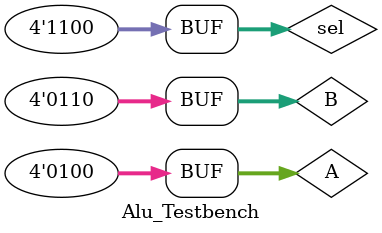
<source format=v>
/*
				***** TESTBENCH UNIDAD LÓGICA ARITMETICA *****
				
		El presente código tiene como finalida el desarrollo de un testbench correspondiente para 
		una Unidad Lógica Aritmetica a manera de analizar el funcionamiento de esta mediante el 
		testbench.
		Fecha: 22-Marzo-2023
		Versión: 1.0
		
*/
`timescale 1ns/100ps													// Establece la escala de tiempo del testbench

module Alu_Testbench();												// Crea la señal de entrada A de cuatro bits como tipo reg
	reg [3:0] A;		
	reg [3:0] B;														// Crea la señal de entrada B de cuatro bits como tipo reg												
	reg [3:0] sel;														// Crea la señal de entrada del selector de cuatro bits como tipo reg														
	wire [3:0] res;													// Crea la señal de salida RES de cuatro bits como tipo reg
	
	Alu Alutb(A,B,sel,res);											// Establece la instanciación del módulo Alu y relaciona los valores
	
	initial																// Comienzo
	begin
			A = 4'b0100;												// Valor asignado a la señal de entrada A
			B = 4'b0110;												// Valor asignado a la señal de entrada B
			
			sel = 4'b0000;												// Valor del selector
			#100;															// Retardo asignado para cambiar el valor del selector
			sel = 4'b0001;
			#100;
			sel = 4'b0010;
			#100;
			sel = 4'b0011;
			#100;
			sel = 4'b0100;
			#100;
			sel = 4'b0101;
			#100;
			sel = 4'b0110;
			#100;
			sel = 4'b0111;
			#100;
			sel = 4'b1000;
			#100;
			sel = 4'b1001;
			#100;
			sel = 4'b1010;
			#100;
			sel = 4'b1011;
			#100;
			sel = 4'b1100;
			#100;
			
	end																	// Fin
	
endmodule																// Fin del módulo
	
</source>
